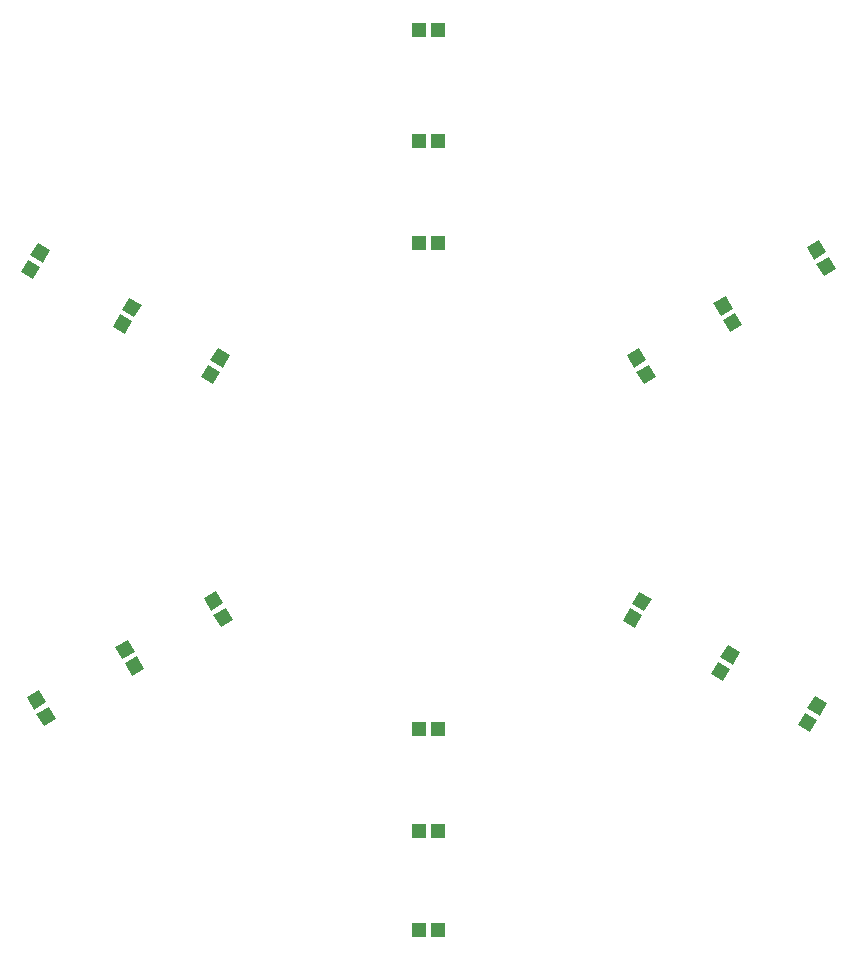
<source format=gts>
G04 #@! TF.FileFunction,Soldermask,Top*
%FSLAX46Y46*%
G04 Gerber Fmt 4.6, Leading zero omitted, Abs format (unit mm)*
G04 Created by KiCad (PCBNEW 4.0.5+dfsg1-4) date Thu Nov 23 17:58:13 2017*
%MOMM*%
%LPD*%
G01*
G04 APERTURE LIST*
%ADD10C,0.100000*%
%ADD11R,1.200000X1.200000*%
G04 APERTURE END LIST*
D10*
G36*
X121234199Y-118167067D02*
X120194969Y-118767067D01*
X119594969Y-117727837D01*
X120634199Y-117127837D01*
X121234199Y-118167067D01*
X121234199Y-118167067D01*
G37*
G36*
X120434199Y-116781427D02*
X119394969Y-117381427D01*
X118794969Y-116342197D01*
X119834199Y-115742197D01*
X120434199Y-116781427D01*
X120434199Y-116781427D01*
G37*
G36*
X119580196Y-98193067D02*
X118540966Y-97593067D01*
X119140966Y-96553837D01*
X120180196Y-97153837D01*
X119580196Y-98193067D01*
X119580196Y-98193067D01*
G37*
G36*
X120380196Y-96807427D02*
X119340966Y-96207427D01*
X119940966Y-95168197D01*
X120980196Y-95768197D01*
X120380196Y-96807427D01*
X120380196Y-96807427D01*
G37*
D11*
X136994578Y-86266632D03*
X138594578Y-86266632D03*
D10*
G36*
X154608964Y-95768197D02*
X155648194Y-95168197D01*
X156248194Y-96207427D01*
X155208964Y-96807427D01*
X154608964Y-95768197D01*
X154608964Y-95768197D01*
G37*
G36*
X155408964Y-97153837D02*
X156448194Y-96553837D01*
X157048194Y-97593067D01*
X156008964Y-98193067D01*
X155408964Y-97153837D01*
X155408964Y-97153837D01*
G37*
G36*
X155646964Y-115811376D02*
X156686194Y-116411376D01*
X156086194Y-117450606D01*
X155046964Y-116850606D01*
X155646964Y-115811376D01*
X155646964Y-115811376D01*
G37*
G36*
X154846964Y-117197016D02*
X155886194Y-117797016D01*
X155286194Y-118836246D01*
X154246964Y-118236246D01*
X154846964Y-117197016D01*
X154846964Y-117197016D01*
G37*
D11*
X138632582Y-127414630D03*
X137032582Y-127414630D03*
D10*
G36*
X113722196Y-122300245D02*
X112682966Y-122900245D01*
X112082966Y-121861015D01*
X113122196Y-121261015D01*
X113722196Y-122300245D01*
X113722196Y-122300245D01*
G37*
G36*
X112922196Y-120914605D02*
X111882966Y-121514605D01*
X111282966Y-120475375D01*
X112322196Y-119875375D01*
X112922196Y-120914605D01*
X112922196Y-120914605D01*
G37*
G36*
X112106198Y-93944245D02*
X111066968Y-93344245D01*
X111666968Y-92305015D01*
X112706198Y-92905015D01*
X112106198Y-93944245D01*
X112106198Y-93944245D01*
G37*
G36*
X112906198Y-92558605D02*
X111866968Y-91958605D01*
X112466968Y-90919375D01*
X113506198Y-91519375D01*
X112906198Y-92558605D01*
X112906198Y-92558605D01*
G37*
D11*
X136994581Y-77630633D03*
X138594581Y-77630633D03*
D10*
G36*
X161929165Y-91370867D02*
X162968395Y-90770867D01*
X163568395Y-91810097D01*
X162529165Y-92410097D01*
X161929165Y-91370867D01*
X161929165Y-91370867D01*
G37*
G36*
X162729165Y-92756507D02*
X163768395Y-92156507D01*
X164368395Y-93195737D01*
X163329165Y-93795737D01*
X162729165Y-92756507D01*
X162729165Y-92756507D01*
G37*
G36*
X163120969Y-120314198D02*
X164160199Y-120914198D01*
X163560199Y-121953428D01*
X162520969Y-121353428D01*
X163120969Y-120314198D01*
X163120969Y-120314198D01*
G37*
G36*
X162320969Y-121699838D02*
X163360199Y-122299838D01*
X162760199Y-123339068D01*
X161720969Y-122739068D01*
X162320969Y-121699838D01*
X162320969Y-121699838D01*
G37*
D11*
X138632581Y-136050631D03*
X137032581Y-136050631D03*
D10*
G36*
X106248194Y-126549064D02*
X105208964Y-127149064D01*
X104608964Y-126109834D01*
X105648194Y-125509834D01*
X106248194Y-126549064D01*
X106248194Y-126549064D01*
G37*
G36*
X105448194Y-125163424D02*
X104408964Y-125763424D01*
X103808964Y-124724194D01*
X104848194Y-124124194D01*
X105448194Y-125163424D01*
X105448194Y-125163424D01*
G37*
G36*
X104340195Y-89303064D02*
X103300965Y-88703064D01*
X103900965Y-87663834D01*
X104940195Y-88263834D01*
X104340195Y-89303064D01*
X104340195Y-89303064D01*
G37*
G36*
X105140195Y-87917424D02*
X104100965Y-87317424D01*
X104700965Y-86278194D01*
X105740195Y-86878194D01*
X105140195Y-87917424D01*
X105140195Y-87917424D01*
G37*
D11*
X136994578Y-68232630D03*
X138594578Y-68232630D03*
D10*
G36*
X169848969Y-86624199D02*
X170888199Y-86024199D01*
X171488199Y-87063429D01*
X170448969Y-87663429D01*
X169848969Y-86624199D01*
X169848969Y-86624199D01*
G37*
G36*
X170648969Y-88009839D02*
X171688199Y-87409839D01*
X172288199Y-88449069D01*
X171248969Y-89049069D01*
X170648969Y-88009839D01*
X170648969Y-88009839D01*
G37*
G36*
X170486963Y-124632194D02*
X171526193Y-125232194D01*
X170926193Y-126271424D01*
X169886963Y-125671424D01*
X170486963Y-124632194D01*
X170486963Y-124632194D01*
G37*
G36*
X169686963Y-126017834D02*
X170726193Y-126617834D01*
X170126193Y-127657064D01*
X169086963Y-127057064D01*
X169686963Y-126017834D01*
X169686963Y-126017834D01*
G37*
D11*
X138594581Y-144432634D03*
X136994581Y-144432634D03*
M02*

</source>
